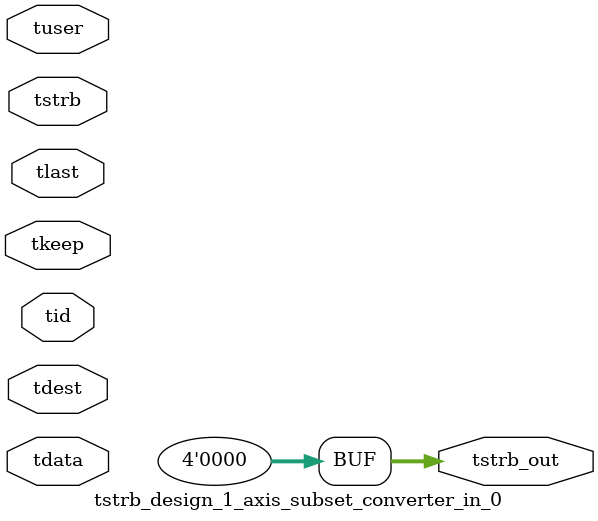
<source format=v>


`timescale 1ps/1ps

module tstrb_design_1_axis_subset_converter_in_0 #
(
parameter C_S_AXIS_TDATA_WIDTH = 32,
parameter C_S_AXIS_TUSER_WIDTH = 0,
parameter C_S_AXIS_TID_WIDTH   = 0,
parameter C_S_AXIS_TDEST_WIDTH = 0,
parameter C_M_AXIS_TDATA_WIDTH = 32
)
(
input  [(C_S_AXIS_TDATA_WIDTH == 0 ? 1 : C_S_AXIS_TDATA_WIDTH)-1:0     ] tdata,
input  [(C_S_AXIS_TUSER_WIDTH == 0 ? 1 : C_S_AXIS_TUSER_WIDTH)-1:0     ] tuser,
input  [(C_S_AXIS_TID_WIDTH   == 0 ? 1 : C_S_AXIS_TID_WIDTH)-1:0       ] tid,
input  [(C_S_AXIS_TDEST_WIDTH == 0 ? 1 : C_S_AXIS_TDEST_WIDTH)-1:0     ] tdest,
input  [(C_S_AXIS_TDATA_WIDTH/8)-1:0 ] tkeep,
input  [(C_S_AXIS_TDATA_WIDTH/8)-1:0 ] tstrb,
input                                                                    tlast,
output [(C_M_AXIS_TDATA_WIDTH/8)-1:0 ] tstrb_out
);

assign tstrb_out = {1'b0};

endmodule


</source>
